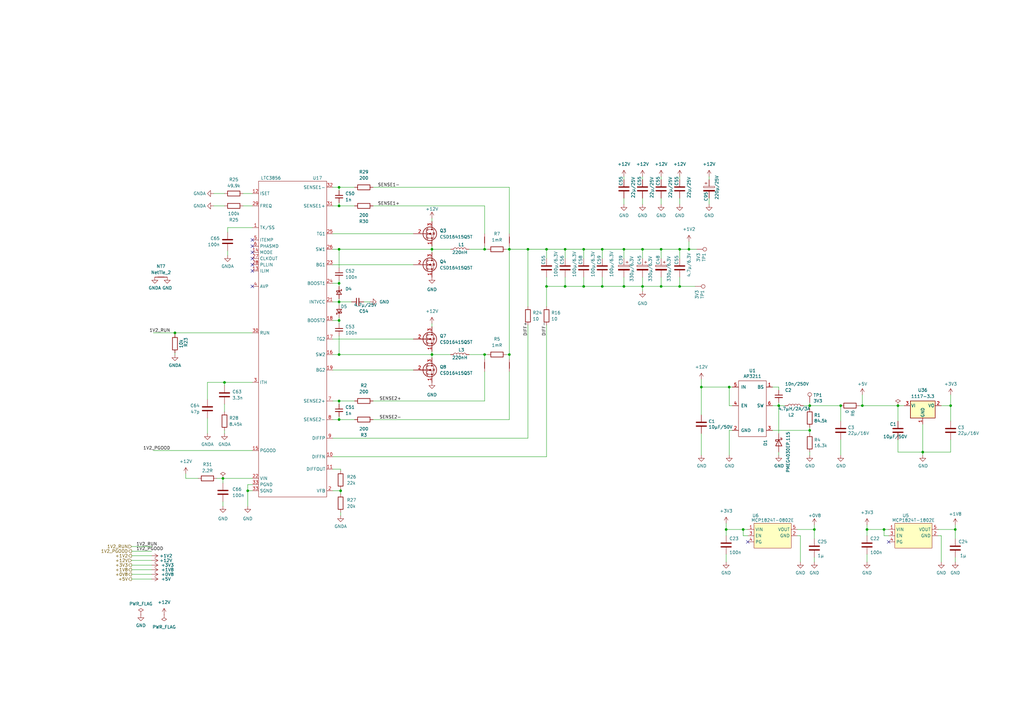
<source format=kicad_sch>
(kicad_sch (version 20230121) (generator eeschema)
  (paper "A3")
  (title_block (title "BM1366 bitaxe") (date "2023-10-10") (rev "202"))
  (junction (at 101.6 201.295))
  (junction (at 139.065 76.835))
  (junction (at 355.6 217.17) (diameter 0.9144))
  (junction (at 139.065 145.415))
  (junction (at 224.155 102.235))
  (junction (at 139.065 123.825))
  (junction (at 208.915 145.415))
  (junction (at 282.575 102.235))
  (junction (at 139.065 172.085))
  (junction (at 247.015 102.235))
  (junction (at 263.525 102.235))
  (junction (at 198.755 102.235))
  (junction (at 334.01 217.17) (diameter 0.9144))
  (junction (at 71.755 136.525))
  (junction (at 139.065 164.465))
  (junction (at 91.44 196.215))
  (junction (at 297.815 217.17) (diameter 0.9144))
  (junction (at 304.8 217.17))
  (junction (at 239.395 102.235))
  (junction (at 378.46 185.42))
  (junction (at 362.585 217.17))
  (junction (at 391.795 217.17))
  (junction (at 231.775 102.235))
  (junction (at 353.695 166.37))
  (junction (at 139.065 116.205))
  (junction (at 216.535 102.235))
  (junction (at 389.89 166.37))
  (junction (at 332.105 166.37))
  (junction (at 92.075 156.845))
  (junction (at 177.165 102.235))
  (junction (at 344.805 166.37))
  (junction (at 177.165 145.415))
  (junction (at 231.775 117.475))
  (junction (at 332.105 176.53))
  (junction (at 278.765 117.475))
  (junction (at 271.145 117.475))
  (junction (at 255.905 102.235))
  (junction (at 239.395 117.475))
  (junction (at 263.525 117.475))
  (junction (at 299.085 158.75))
  (junction (at 319.405 166.37))
  (junction (at 198.755 145.415))
  (junction (at 208.915 102.235))
  (junction (at 139.065 84.455))
  (junction (at 247.015 117.475))
  (junction (at 278.765 102.235))
  (junction (at 139.065 102.235))
  (junction (at 139.065 131.445))
  (junction (at 287.655 158.75))
  (junction (at 139.7 201.295))
  (junction (at 224.155 117.475))
  (junction (at 271.145 102.235))
  (junction (at 255.905 117.475))
  (junction (at 368.3 166.37))
  (no_connect (at 103.505 98.425))
  (no_connect (at 103.505 106.045))
  (no_connect (at 103.505 117.475))
  (no_connect (at 306.705 222.25))
  (no_connect (at 103.505 103.505))
  (no_connect (at 103.505 100.965))
  (no_connect (at 103.505 111.125))
  (no_connect (at 364.49 222.25))
  (no_connect (at 103.505 108.585))
  (wire (pts (xy 192.405 145.415) (xy 198.755 145.415)))
  (wire (pts (xy 139.065 132.715) (xy 139.065 131.445)))
  (wire (pts (xy 92.075 156.845) (xy 92.075 158.115)))
  (wire (pts (xy 208.915 145.415) (xy 207.645 145.415)))
  (wire (pts (xy 62.23 233.68) (xy 53.975 233.68)))
  (wire (pts (xy 139.065 123.825) (xy 139.065 122.555)))
  (wire (pts (xy 391.795 228.6) (xy 391.795 230.505)))
  (wire (pts (xy 297.815 214.63) (xy 297.815 217.17)))
  (wire (pts (xy 139.065 116.205) (xy 139.065 117.475)))
  (wire (pts (xy 389.89 166.37) (xy 389.89 172.72)))
  (wire (pts (xy 101.6 198.755) (xy 103.505 198.755)))
  (wire (pts (xy 278.765 102.235) (xy 282.575 102.235)))
  (wire (pts (xy 177.165 102.235) (xy 184.785 102.235)))
  (wire (pts (xy 149.225 123.825) (xy 151.765 123.825)))
  (wire (pts (xy 177.165 89.535) (xy 177.165 90.805)))
  (wire (pts (xy 136.525 123.825) (xy 139.065 123.825)))
  (wire (pts (xy 177.165 144.145) (xy 177.165 145.415)))
  (wire (pts (xy 297.815 217.17) (xy 297.815 219.71)))
  (wire (pts (xy 297.815 217.17) (xy 304.8 217.17)))
  (wire (pts (xy 136.525 139.065) (xy 169.545 139.065)))
  (wire (pts (xy 139.065 130.175) (xy 139.065 131.445)))
  (wire (pts (xy 332.105 177.8) (xy 332.105 176.53)))
  (wire (pts (xy 62.23 226.06) (xy 53.975 226.06)))
  (wire (pts (xy 85.09 156.845) (xy 85.09 163.83)))
  (wire (pts (xy 263.525 102.235) (xy 263.525 106.045)))
  (wire (pts (xy 319.405 186.69) (xy 319.405 185.42)))
  (wire (pts (xy 368.3 185.42) (xy 378.46 185.42)))
  (wire (pts (xy 87.63 79.375) (xy 92.075 79.375)))
  (wire (pts (xy 198.755 102.235) (xy 200.025 102.235)))
  (wire (pts (xy 231.775 113.665) (xy 231.775 117.475)))
  (wire (pts (xy 136.525 76.835) (xy 139.065 76.835)))
  (wire (pts (xy 304.8 217.17) (xy 306.705 217.17)))
  (wire (pts (xy 136.525 108.585) (xy 169.545 108.585)))
  (wire (pts (xy 271.145 102.235) (xy 271.145 106.045)))
  (wire (pts (xy 208.915 100.965) (xy 208.915 102.235)))
  (wire (pts (xy 139.065 164.465) (xy 145.415 164.465)))
  (wire (pts (xy 136.525 84.455) (xy 139.065 84.455)))
  (wire (pts (xy 76.2 196.215) (xy 81.28 196.215)))
  (wire (pts (xy 153.035 164.465) (xy 198.755 164.465)))
  (wire (pts (xy 334.01 215.265) (xy 334.01 217.17)))
  (wire (pts (xy 62.865 136.525) (xy 71.755 136.525)))
  (wire (pts (xy 139.065 123.825) (xy 144.145 123.825)))
  (wire (pts (xy 290.83 81.28) (xy 290.83 83.82)))
  (wire (pts (xy 255.905 113.665) (xy 255.905 117.475)))
  (wire (pts (xy 319.405 166.37) (xy 321.945 166.37)))
  (wire (pts (xy 139.065 76.835) (xy 139.065 78.105)))
  (wire (pts (xy 368.3 172.72) (xy 368.3 166.37)))
  (wire (pts (xy 139.065 164.465) (xy 139.065 165.735)))
  (wire (pts (xy 139.065 114.935) (xy 139.065 116.205)))
  (wire (pts (xy 255.905 102.235) (xy 263.525 102.235)))
  (wire (pts (xy 139.065 84.455) (xy 145.415 84.455)))
  (wire (pts (xy 391.795 217.17) (xy 391.795 220.98)))
  (wire (pts (xy 332.105 176.53) (xy 332.105 175.26)))
  (wire (pts (xy 93.345 93.345) (xy 93.345 95.25)))
  (wire (pts (xy 139.7 201.295) (xy 139.7 202.565)))
  (wire (pts (xy 103.505 156.845) (xy 92.075 156.845)))
  (wire (pts (xy 208.915 102.235) (xy 216.535 102.235)))
  (wire (pts (xy 139.065 102.235) (xy 177.165 102.235)))
  (wire (pts (xy 139.065 137.795) (xy 139.065 145.415)))
  (wire (pts (xy 136.525 145.415) (xy 139.065 145.415)))
  (wire (pts (xy 299.085 186.69) (xy 299.085 176.53)))
  (wire (pts (xy 247.015 117.475) (xy 255.905 117.475)))
  (wire (pts (xy 344.805 166.37) (xy 332.105 166.37)))
  (wire (pts (xy 103.505 93.345) (xy 93.345 93.345)))
  (wire (pts (xy 287.655 170.18) (xy 287.655 158.75)))
  (wire (pts (xy 263.525 102.235) (xy 271.145 102.235)))
  (wire (pts (xy 362.585 217.17) (xy 364.49 217.17)))
  (wire (pts (xy 278.765 72.39) (xy 278.765 73.66)))
  (wire (pts (xy 255.905 72.39) (xy 255.905 73.66)))
  (wire (pts (xy 139.065 145.415) (xy 177.165 145.415)))
  (wire (pts (xy 198.755 145.415) (xy 198.755 147.32)))
  (wire (pts (xy 136.525 102.235) (xy 139.065 102.235)))
  (wire (pts (xy 192.405 102.235) (xy 198.755 102.235)))
  (wire (pts (xy 62.23 227.965) (xy 53.975 227.965)))
  (wire (pts (xy 231.775 117.475) (xy 239.395 117.475)))
  (wire (pts (xy 391.795 215.265) (xy 391.795 217.17)))
  (wire (pts (xy 353.695 161.925) (xy 353.695 166.37)))
  (wire (pts (xy 136.525 172.085) (xy 139.065 172.085)))
  (wire (pts (xy 139.065 172.085) (xy 139.065 170.815)))
  (wire (pts (xy 101.6 207.645) (xy 101.6 201.295)))
  (wire (pts (xy 355.6 217.17) (xy 362.585 217.17)))
  (wire (pts (xy 136.525 192.405) (xy 139.7 192.405)))
  (wire (pts (xy 344.805 186.69) (xy 344.805 180.34)))
  (wire (pts (xy 136.525 201.295) (xy 139.7 201.295)))
  (wire (pts (xy 316.865 176.53) (xy 332.105 176.53)))
  (wire (pts (xy 136.525 164.465) (xy 139.065 164.465)))
  (wire (pts (xy 368.3 185.42) (xy 368.3 180.34)))
  (wire (pts (xy 332.105 167.64) (xy 332.105 166.37)))
  (wire (pts (xy 304.8 219.71) (xy 306.705 219.71)))
  (wire (pts (xy 263.525 81.28) (xy 263.525 83.82)))
  (wire (pts (xy 136.525 116.205) (xy 139.065 116.205)))
  (wire (pts (xy 282.575 102.235) (xy 282.575 99.06)))
  (wire (pts (xy 378.46 185.42) (xy 389.89 185.42)))
  (wire (pts (xy 93.345 102.87) (xy 93.345 104.775)))
  (wire (pts (xy 216.535 102.235) (xy 224.155 102.235)))
  (wire (pts (xy 62.23 235.585) (xy 53.975 235.585)))
  (wire (pts (xy 368.3 166.37) (xy 370.84 166.37)))
  (wire (pts (xy 278.765 102.235) (xy 278.765 106.045)))
  (wire (pts (xy 91.44 196.215) (xy 103.505 196.215)))
  (wire (pts (xy 247.015 106.045) (xy 247.015 102.235)))
  (wire (pts (xy 224.155 102.235) (xy 231.775 102.235)))
  (wire (pts (xy 319.405 177.8) (xy 319.405 166.37)))
  (wire (pts (xy 271.145 72.39) (xy 271.145 73.66)))
  (wire (pts (xy 139.065 102.235) (xy 139.065 109.855)))
  (wire (pts (xy 139.065 123.825) (xy 139.065 125.095)))
  (wire (pts (xy 208.915 102.235) (xy 208.915 145.415)))
  (wire (pts (xy 386.08 166.37) (xy 389.89 166.37)))
  (wire (pts (xy 362.585 219.71) (xy 362.585 217.17)))
  (wire (pts (xy 62.23 224.155) (xy 53.975 224.155)))
  (wire (pts (xy 224.155 187.325) (xy 224.155 133.35)))
  (wire (pts (xy 53.975 237.49) (xy 62.23 237.49)))
  (wire (pts (xy 91.44 196.215) (xy 91.44 198.12)))
  (wire (pts (xy 316.865 158.75) (xy 319.405 158.75)))
  (wire (pts (xy 239.395 102.235) (xy 239.395 106.045)))
  (wire (pts (xy 71.755 136.525) (xy 103.505 136.525)))
  (wire (pts (xy 332.105 186.69) (xy 332.105 185.42)))
  (wire (pts (xy 177.165 145.415) (xy 177.165 146.685)))
  (wire (pts (xy 319.405 166.37) (xy 319.405 165.1)))
  (wire (pts (xy 389.89 185.42) (xy 389.89 180.34)))
  (wire (pts (xy 224.155 117.475) (xy 231.775 117.475)))
  (wire (pts (xy 177.165 145.415) (xy 184.785 145.415)))
  (wire (pts (xy 198.755 145.415) (xy 200.025 145.415)))
  (wire (pts (xy 153.035 172.085) (xy 208.915 172.085)))
  (wire (pts (xy 334.01 228.6) (xy 334.01 230.505)))
  (wire (pts (xy 231.775 102.235) (xy 231.775 106.045)))
  (wire (pts (xy 136.525 95.885) (xy 169.545 95.885)))
  (wire (pts (xy 87.63 84.455) (xy 92.075 84.455)))
  (wire (pts (xy 71.755 136.525) (xy 71.755 137.16)))
  (wire (pts (xy 287.655 155.575) (xy 287.655 158.75)))
  (wire (pts (xy 224.155 117.475) (xy 224.155 125.73)))
  (wire (pts (xy 136.525 187.325) (xy 224.155 187.325)))
  (wire (pts (xy 177.165 102.235) (xy 177.165 103.505)))
  (wire (pts (xy 208.915 152.4) (xy 208.915 172.085)))
  (wire (pts (xy 271.145 117.475) (xy 278.765 117.475)))
  (wire (pts (xy 139.065 172.085) (xy 145.415 172.085)))
  (wire (pts (xy 99.695 79.375) (xy 103.505 79.375)))
  (wire (pts (xy 247.015 113.665) (xy 247.015 117.475)))
  (wire (pts (xy 299.085 158.75) (xy 300.355 158.75)))
  (wire (pts (xy 355.6 227.33) (xy 355.6 230.505)))
  (wire (pts (xy 136.525 151.765) (xy 169.545 151.765)))
  (wire (pts (xy 177.165 102.235) (xy 177.165 100.965)))
  (wire (pts (xy 92.075 156.845) (xy 85.09 156.845)))
  (wire (pts (xy 389.89 161.925) (xy 389.89 166.37)))
  (wire (pts (xy 255.905 102.235) (xy 255.905 106.045)))
  (wire (pts (xy 76.2 194.31) (xy 76.2 196.215)))
  (wire (pts (xy 378.46 173.99) (xy 378.46 185.42)))
  (wire (pts (xy 208.915 102.235) (xy 207.645 102.235)))
  (wire (pts (xy 362.585 219.71) (xy 364.49 219.71)))
  (wire (pts (xy 239.395 113.665) (xy 239.395 117.475)))
  (wire (pts (xy 278.765 117.475) (xy 278.765 113.665)))
  (wire (pts (xy 224.155 113.665) (xy 224.155 117.475)))
  (wire (pts (xy 139.065 76.835) (xy 145.415 76.835)))
  (wire (pts (xy 355.6 215.265) (xy 355.6 217.17)))
  (wire (pts (xy 327.025 217.17) (xy 334.01 217.17)))
  (wire (pts (xy 287.655 158.75) (xy 299.085 158.75)))
  (wire (pts (xy 263.525 117.475) (xy 271.145 117.475)))
  (wire (pts (xy 62.23 229.87) (xy 53.975 229.87)))
  (wire (pts (xy 355.6 217.17) (xy 355.6 219.71)))
  (wire (pts (xy 263.525 117.475) (xy 263.525 119.38)))
  (wire (pts (xy 332.105 166.37) (xy 329.565 166.37)))
  (wire (pts (xy 85.09 171.45) (xy 85.09 177.8)))
  (wire (pts (xy 271.145 81.28) (xy 271.145 83.82)))
  (wire (pts (xy 216.535 179.705) (xy 136.525 179.705)))
  (wire (pts (xy 91.44 205.74) (xy 91.44 207.645)))
  (wire (pts (xy 299.085 158.75) (xy 299.085 166.37)))
  (wire (pts (xy 239.395 102.235) (xy 247.015 102.235)))
  (wire (pts (xy 153.035 84.455) (xy 198.755 84.455)))
  (wire (pts (xy 139.7 201.295) (xy 139.7 200.66)))
  (wire (pts (xy 353.695 166.37) (xy 368.3 166.37)))
  (wire (pts (xy 177.165 132.715) (xy 177.165 133.985)))
  (wire (pts (xy 71.755 145.415) (xy 71.755 144.78)))
  (wire (pts (xy 316.865 166.37) (xy 319.405 166.37)))
  (wire (pts (xy 297.815 227.33) (xy 297.815 230.505)))
  (wire (pts (xy 208.915 76.835) (xy 208.915 95.885)))
  (wire (pts (xy 263.525 113.665) (xy 263.525 117.475)))
  (wire (pts (xy 198.755 84.455) (xy 198.755 95.885)))
  (wire (pts (xy 290.83 72.39) (xy 290.83 73.66)))
  (wire (pts (xy 216.535 102.235) (xy 216.535 125.73)))
  (wire (pts (xy 198.755 100.965) (xy 198.755 102.235)))
  (wire (pts (xy 101.6 201.295) (xy 101.6 198.755)))
  (wire (pts (xy 344.805 172.72) (xy 344.805 166.37)))
  (wire (pts (xy 328.295 219.71) (xy 328.295 230.505)))
  (wire (pts (xy 271.145 113.665) (xy 271.145 117.475)))
  (wire (pts (xy 386.08 219.71) (xy 386.08 230.505)))
  (wire (pts (xy 299.085 176.53) (xy 300.355 176.53)))
  (wire (pts (xy 278.765 117.475) (xy 285.115 117.475)))
  (wire (pts (xy 62.23 231.775) (xy 53.975 231.775)))
  (wire (pts (xy 328.295 219.71) (xy 327.025 219.71)))
  (wire (pts (xy 139.065 84.455) (xy 139.065 83.185)))
  (wire (pts (xy 386.08 219.71) (xy 384.81 219.71)))
  (wire (pts (xy 62.865 184.785) (xy 103.505 184.785)))
  (wire (pts (xy 384.81 217.17) (xy 391.795 217.17)))
  (wire (pts (xy 378.46 185.42) (xy 378.46 186.69)))
  (wire (pts (xy 224.155 106.045) (xy 224.155 102.235)))
  (wire (pts (xy 287.655 186.69) (xy 287.655 177.8)))
  (wire (pts (xy 332.105 165.1) (xy 332.105 166.37)))
  (wire (pts (xy 139.7 210.185) (xy 139.7 211.455)))
  (wire (pts (xy 353.695 166.37) (xy 352.425 166.37)))
  (wire (pts (xy 92.075 176.53) (xy 92.075 177.8)))
  (wire (pts (xy 278.765 81.28) (xy 278.765 83.82)))
  (wire (pts (xy 216.535 133.35) (xy 216.535 179.705)))
  (wire (pts (xy 239.395 117.475) (xy 247.015 117.475)))
  (wire (pts (xy 255.905 117.475) (xy 263.525 117.475)))
  (wire (pts (xy 92.075 165.735) (xy 92.075 168.91)))
  (wire (pts (xy 136.525 131.445) (xy 139.065 131.445)))
  (wire (pts (xy 334.01 217.17) (xy 334.01 220.98)))
  (wire (pts (xy 153.035 76.835) (xy 208.915 76.835)))
  (wire (pts (xy 271.145 102.235) (xy 278.765 102.235)))
  (wire (pts (xy 99.695 84.455) (xy 103.505 84.455)))
  (wire (pts (xy 282.575 102.235) (xy 285.75 102.235)))
  (wire (pts (xy 299.085 166.37) (xy 300.355 166.37)))
  (wire (pts (xy 101.6 201.295) (xy 103.505 201.295)))
  (wire (pts (xy 198.755 152.4) (xy 198.755 164.465)))
  (wire (pts (xy 208.915 145.415) (xy 208.915 147.32)))
  (wire (pts (xy 304.8 219.71) (xy 304.8 217.17)))
  (wire (pts (xy 139.7 192.405) (xy 139.7 193.04)))
  (wire (pts (xy 247.015 102.235) (xy 255.905 102.235)))
  (wire (pts (xy 255.905 81.28) (xy 255.905 83.82)))
  (wire (pts (xy 319.405 158.75) (xy 319.405 160.02)))
  (wire (pts (xy 88.9 196.215) (xy 91.44 196.215)))
  (wire (pts (xy 263.525 72.39) (xy 263.525 73.66)))
  (wire (pts (xy 231.775 102.235) (xy 239.395 102.235)))
  (label "DIFF-" (at 224.155 137.795 90))
  (label "SENSE1-" (at 154.94 76.835 0))
  (label "1V2_PGOOD" (at 55.88 226.06 0))
  (label "SENSE1+" (at 154.94 84.455 0))
  (label "DIFF+" (at 216.535 137.795 90))
  (label "1V2_RUN" (at 55.88 224.155 0))
  (label "1V2_PGOOD" (at 69.85 184.785 180))
  (label "SENSE2+" (at 155.575 164.465 0))
  (label "1V2_RUN" (at 69.85 136.525 180))
  (label "SENSE2-" (at 155.575 172.085 0))
  (hierarchical_label "+1V2" (shape output) (at 53.975 227.965 180))
  (hierarchical_label "+1V8" (shape output) (at 53.975 233.68 180))
  (hierarchical_label "+5V" (shape output) (at 53.975 237.49 180))
  (hierarchical_label "+12V" (shape input) (at 53.975 229.87 180))
  (hierarchical_label "+0V8" (shape output) (at 53.975 235.585 180))
  (hierarchical_label "+3V3" (shape output) (at 53.975 231.775 180))
  (hierarchical_label "1V2_PGOOD" (shape output) (at 53.975 226.06 180))
  (hierarchical_label "1V2_RUN" (shape input) (at 53.975 224.155 180))
  (symbol (lib_id "Device:R") (at 149.225 164.465 90) (unit 1)
    (property "Reference" "R2" (at 149.225 158.115 90))
    (property "Value" "200" (at 149.225 160.655 90))
    (property "Footprint" "Resistor_SMD:R_0805_2012Metric" (effects hide))
  )
  (symbol (lib_id "Device:C") (at 263.525 77.47 0) (unit 1)
    (property "Reference" "C55" (at 262.255 76.2 90) (effects (justify left)))
    (property "Value" "22µ/25V" (at 267.335 81.28 90) (effects (justify left)))
    (property "Footprint" "Capacitor_SMD:C_1210_3225Metric" (effects hide))
    (property "Distributor" "D" (effects hide))
    (property "Manufacturer" "C1210C226K3PAC7800" (effects hide))
    (property "OrderNr" "399-C1210C226K3PAC7800CT-ND" (effects hide))
  )
  (symbol (lib_id "power:+3V3") (at 355.6 215.265 0) (unit 1)
    (property "Reference" "#PWR042" (effects hide))
    (property "Value" "+3V3" (at 355.6 210.185 0))
  )
  (symbol (lib_id "Device:C_Small") (at 319.405 162.56 0) (unit 1)
    (property "Reference" "C2" (at 321.945 160.02 0) (effects (justify left)))
    (property "Value" "10n/250V" (at 321.945 157.48 0) (effects (justify left)))
    (property "Footprint" "Capacitor_SMD:C_0805_2012Metric" (effects hide))
  )
  (symbol (lib_id "Device:L") (at 188.595 145.415 90) (unit 1)
    (property "Reference" "L3" (at 189.23 143.51 90))
    (property "Value" "220nH" (at 188.595 146.685 90))
    (property "Footprint" "myfootprints:IFLR-4031GC-01-8x10" (effects hide))
    (property "Distributor" "D" (effects hide))
    (property "Manufacturer" "FP1008R5-R220-R" (effects hide))
    (property "OrderNr" "283-FP1008R5-R220-RCT-ND" (effects hide))
  )
  (symbol (lib_id "Device:D_Schottky") (at 319.405 181.61 270) (unit 1)
    (property "Reference" "D1" (at 313.9186 181.61 0))
    (property "Value" "PMEG4030EP,115" (at 323.215 185.42 0))
    (property "Footprint" "Diode_SMD:D_SOD-128" (effects hide))
    (property "Distributor" "D" (effects hide))
    (property "Manufacturer" "PMEG4030EP,115" (effects hide))
    (property "OrderNr" "1727-5841-1-ND" (effects hide))
  )
  (symbol (lib_id "Device:C_Polarized") (at 271.145 109.855 0) (mirror y) (unit 1)
    (property "Reference" "C48" (at 269.875 108.585 90) (effects (justify left)))
    (property "Value" "330µ/6.3V" (at 274.32 115.57 90) (effects (justify left)))
    (property "Footprint" "Capacitor_Tantalum_SMD:CP_EIA-7343-15_Kemet-W" (effects hide))
    (property "Distributor" "D" (effects hide))
    (property "Manufacturer" "ECG-SY0J331R" (effects hide))
    (property "OrderNr" "P122483CT-ND" (effects hide))
  )
  (symbol (lib_id "Device:C") (at 368.3 176.53 0) (mirror y) (unit 1)
    (property "Reference" "C1" (at 367.665 173.99 0) (effects (justify left)))
    (property "Value" "10µF/50V" (at 372.11 179.07 0) (effects (justify left)))
    (property "Footprint" "Capacitor_SMD:C_1206_3216Metric" (effects hide))
  )
  (symbol (lib_id "power:GND") (at 328.295 230.505 0) (mirror y) (unit 1)
    (property "Reference" "#PWR025" (effects hide))
    (property "Value" "GND" (at 328.295 234.95 0))
    (instances (project "qaxe" (path "" (reference "#PWR025") (unit 1)) (path "" (reference "#PWR039") (unit 1))))
  )
  (symbol (lib_id "power:PWR_FLAG") (at 368.3 166.37 0) (unit 1)
    (property "Reference" "#FLG03" (effects hide))
    (property "Value" "PWR_FLAG" (effects hide))
  )
  (symbol (lib_id "Device:R") (at 92.075 172.72 0) (unit 1)
    (property "Reference" "R28" (at 93.98 171.45 0) (effects (justify left)))
    (property "Value" "8.45k" (at 93.98 173.99 0) (effects (justify left)))
    (property "Footprint" "Resistor_SMD:R_0805_2012Metric" (effects hide))
  )
  (symbol (lib_id "power:GNDA") (at 87.63 84.455 270) (unit 1)
    (property "Reference" "#PWR017" (effects hide))
    (property "Value" "GNDA" (at 84.455 84.455 90) (effects (justify right)))
  )
  (symbol (lib_id "power:+12V") (at 287.655 155.575 0) (unit 1)
    (property "Reference" "#PWR08" (effects hide))
    (property "Value" "+12V" (at 287.655 150.495 0))
  )
  (symbol (lib_id "Device:C_Polarized") (at 263.525 109.855 0) (mirror y) (unit 1)
    (property "Reference" "C45" (at 262.255 108.585 90) (effects (justify left)))
    (property "Value" "330µ/6.3V" (at 266.7 115.57 90) (effects (justify left)))
    (property "Footprint" "Capacitor_Tantalum_SMD:CP_EIA-7343-15_Kemet-W" (effects hide))
    (property "Distributor" "D" (effects hide))
    (property "Manufacturer" "ECG-SY0J331R" (effects hide))
    (property "OrderNr" "P122483CT-ND" (effects hide))
  )
  (symbol (lib_id "Device:R") (at 149.225 84.455 270) (unit 1)
    (property "Reference" "R30" (at 149.225 90.805 90))
    (property "Value" "200" (at 149.225 88.265 90))
    (property "Footprint" "Resistor_SMD:R_0805_2012Metric" (effects hide))
  )
  (symbol (lib_id "power:+3V3") (at 389.89 161.925 0) (unit 1)
    (property "Reference" "#PWR0203" (effects hide))
    (property "Value" "+3V3" (at 389.89 157.48 0))
  )
  (symbol (lib_id "power:GNDA") (at 92.075 177.8 0) (unit 1)
    (property "Reference" "#PWR016" (effects hide))
    (property "Value" "GNDA" (at 92.075 182.245 0))
  )
  (symbol (lib_id "Device:R") (at 85.09 196.215 90) (unit 1)
    (property "Reference" "R31" (at 85.09 190.5 90))
    (property "Value" "2.2R" (at 85.09 193.04 90))
    (property "Footprint" "Resistor_SMD:R_1206_3216Metric" (effects hide))
  )
  (symbol (lib_id "power:GNDA") (at 139.7 211.455 0) (unit 1)
    (property "Reference" "#PWR019" (effects hide))
    (property "Value" "GNDA" (at 139.7 215.9 0))
  )
  (symbol (lib_id "power:GND") (at 378.46 186.69 0) (unit 1)
    (property "Reference" "#PWR03" (effects hide))
    (property "Value" "GND" (at 378.587 191.0842 0))
  )
  (symbol (lib_id "Device:C") (at 224.155 109.855 0) (unit 1)
    (property "Reference" "C55" (at 222.885 108.585 90) (effects (justify left)))
    (property "Value" "100µ/6.3V" (at 227.965 113.665 90) (effects (justify left)))
    (property "Footprint" "Capacitor_SMD:C_1210_3225Metric" (effects hide))
    (property "Distributor" "D" (effects hide))
    (property "Manufacturer" "C1210C107M9PAC7800" (effects hide))
    (property "OrderNr" "399-C1210C107M9PAC7800CT-ND" (effects hide))
  )
  (symbol (lib_id "Device:C") (at 344.805 176.53 0) (unit 1)
    (property "Reference" "C3" (at 347.726 175.3616 0) (effects (justify left)))
    (property "Value" "22µ/16V" (at 347.726 177.673 0) (effects (justify left)))
    (property "Footprint" "Capacitor_SMD:C_1206_3216Metric" (effects hide))
  )
  (symbol (lib_id "power:GNDA") (at 71.755 145.415 0) (unit 1)
    (property "Reference" "#PWR022" (effects hide))
    (property "Value" "GNDA" (at 71.755 149.86 0))
  )
  (symbol (lib_id "mylib7:+0V8") (at 334.01 215.265 0) (unit 1)
    (property "Reference" "U4" (effects hide))
    (property "Value" "+0V8" (at 331.47 211.455 0) (effects (justify left)))
    (property "Distributor" "-" (effects hide))
    (instances (project "qaxe" (path "" (reference "U4") (unit 1)) (path "" (reference "U5") (unit 1))))
  )
  (symbol (lib_id "Device:L") (at 325.755 166.37 90) (unit 1)
    (property "Reference" "L2" (at 324.485 170.18 90))
    (property "Value" "4.7µH/2A/3A" (at 325.755 167.64 90))
    (property "Footprint" "Inductor_SMD:L_Taiyo-Yuden_NR-50xx" (effects hide))
    (property "Distributor" "D" (effects hide))
    (property "Manufacturer" "LQH5BPN4R7NT0L" (effects hide))
    (property "OrderNr" "490-7779-1-ND" (effects hide))
  )
  (symbol (lib_id "power:+12V") (at 177.165 89.535 0) (unit 1)
    (property "Reference" "#PWR0128" (effects hide))
    (property "Value" "+12V" (at 177.165 85.725 0))
  )
  (symbol (lib_id "Device:R") (at 332.105 181.61 0) (unit 1)
    (property "Reference" "R4" (at 333.883 180.4416 0) (effects (justify left)))
    (property "Value" "16.3k" (at 333.883 182.753 0) (effects (justify left)))
    (property "Footprint" "Resistor_SMD:R_0805_2012Metric" (effects hide))
  )
  (symbol (lib_id "Device:C") (at 271.145 77.47 0) (unit 1)
    (property "Reference" "C55" (at 269.875 76.2 90) (effects (justify left)))
    (property "Value" "22µ/25V" (at 274.955 81.28 90) (effects (justify left)))
    (property "Footprint" "Capacitor_SMD:C_1210_3225Metric" (effects hide))
    (property "Distributor" "D" (effects hide))
    (property "Manufacturer" "C1210C226K3PAC7800" (effects hide))
    (property "OrderNr" "399-C1210C226K3PAC7800CT-ND" (effects hide))
  )
  (symbol (lib_id "Device:NetTie_2") (at 208.915 98.425 90) (unit 1) (in_bom no)
    (property "Reference" "NT3" (effects hide))
    (property "Value" "NetTie_2" (effects hide))
    (property "Footprint" "NetTie:NetTie-2_SMD_Pad0.5mm" (effects hide))
    (property "Distributor" "-" (effects hide))
  )
  (symbol (lib_id "power:GND") (at 299.085 186.69 0) (unit 1)
    (property "Reference" "#PWR02" (effects hide))
    (property "Value" "GND" (at 299.212 191.0842 0))
  )
  (symbol (lib_id "Device:Q_NMOS_SGD") (at 174.625 108.585 0) (unit 1)
    (property "Reference" "Q4" (at 180.34 107.315 0) (effects (justify left)))
    (property "Value" "CSD16415Q5T" (at 180.34 109.855 0) (effects (justify left)))
    (property "Footprint" "Package_SON:VSONP-8-1EP_5x6_P1.27mm" (effects hide))
    (property "Distributor" "D" (effects hide))
    (property "Manufacturer" "CSD16415Q5T" (effects hide))
    (property "OrderNr" "296-49598-1-ND" (effects hide))
  )
  (symbol (lib_id "power:GND") (at 290.83 83.82 0) (unit 1)
    (property "Reference" "#PWR0137" (effects hide))
    (property "Value" "GND" (at 290.83 88.392 0))
  )
  (symbol (lib_id "power:PWR_FLAG") (at 91.44 196.215 0) (unit 1)
    (property "Reference" "#FLG01" (effects hide))
    (property "Value" "PWR_FLAG" (effects hide))
  )
  (symbol (lib_id "power:GNDA") (at 85.09 177.8 0) (unit 1)
    (property "Reference" "#PWR0229" (effects hide))
    (property "Value" "GNDA" (at 85.09 182.245 0))
  )
  (symbol (lib_id "power:+12V") (at 290.83 72.39 0) (unit 1)
    (property "Reference" "#PWR0139" (effects hide))
    (property "Value" "+12V" (at 290.83 67.31 0))
  )
  (symbol (lib_id "Device:L") (at 188.595 102.235 90) (unit 1)
    (property "Reference" "L1" (at 189.23 100.33 90))
    (property "Value" "220nH" (at 188.595 103.505 90))
    (property "Footprint" "myfootprints:IFLR-4031GC-01-8x10" (effects hide))
    (property "Distributor" "D" (effects hide))
    (property "Manufacturer" "FP1008R5-R220-R" (effects hide))
    (property "OrderNr" "283-FP1008R5-R220-RCT-ND" (effects hide))
  )
  (symbol (lib_id "Device:C") (at 231.775 109.855 0) (unit 1)
    (property "Reference" "C56" (at 230.505 108.585 90) (effects (justify left)))
    (property "Value" "100µ/6.3V" (at 235.585 113.665 90) (effects (justify left)))
    (property "Footprint" "Capacitor_SMD:C_1210_3225Metric" (effects hide))
    (property "Distributor" "D" (effects hide))
    (property "Manufacturer" "C1210C107M9PAC7800" (effects hide))
    (property "OrderNr" "399-C1210C107M9PAC7800CT-ND" (effects hide))
  )
  (symbol (lib_id "power:GND") (at 177.165 113.665 0) (unit 1)
    (property "Reference" "#PWR087" (effects hide))
    (property "Value" "GND" (at 177.165 118.745 0))
  )
  (symbol (lib_id "Device:Q_NMOS_SGD") (at 174.625 95.885 0) (unit 1)
    (property "Reference" "Q3" (at 180.34 94.615 0) (effects (justify left)))
    (property "Value" "CSD16415Q5T" (at 180.34 97.155 0) (effects (justify left)))
    (property "Footprint" "Package_SON:VSONP-8-1EP_5x6_P1.27mm" (effects hide))
    (property "Distributor" "D" (effects hide))
    (property "Manufacturer" "CSD16415Q5T" (effects hide))
    (property "OrderNr" "296-49598-1-ND" (effects hide))
  )
  (symbol (lib_id "Device:C") (at 91.44 201.93 180) (unit 1)
    (property "Reference" "C66" (at 95.25 200.66 0) (effects (justify right)))
    (property "Value" "100n" (at 95.25 203.2 0) (effects (justify right)))
    (property "Footprint" "Capacitor_SMD:C_0805_2012Metric" (effects hide))
  )
  (symbol (lib_id "power:GND") (at 334.01 230.505 0) (mirror y) (unit 1)
    (property "Reference" "#PWR027" (effects hide))
    (property "Value" "GND" (at 334.01 234.95 0))
    (instances (project "qaxe" (path "" (reference "#PWR027") (unit 1)) (path "" (reference "#PWR040") (unit 1))))
  )
  (symbol (lib_id "power:GND") (at 151.765 123.825 90) (unit 1)
    (property "Reference" "#PWR0126" (effects hide))
    (property "Value" "GND" (at 155.575 123.825 90) (effects (justify right)))
  )
  (symbol (lib_id "Device:C") (at 239.395 109.855 0) (unit 1)
    (property "Reference" "C58" (at 238.125 108.585 90) (effects (justify left)))
    (property "Value" "100µ/6.3V" (at 243.205 113.665 90) (effects (justify left)))
    (property "Footprint" "Capacitor_SMD:C_1210_3225Metric" (effects hide))
    (property "Distributor" "D" (effects hide))
    (property "Manufacturer" "C1210C107M9PAC7800" (effects hide))
    (property "OrderNr" "399-C1210C107M9PAC7800CT-ND" (effects hide))
  )
  (symbol (lib_id "power:GND") (at 177.165 156.845 0) (unit 1)
    (property "Reference" "#PWR0125" (effects hide))
    (property "Value" "GND" (at 177.165 161.925 0))
  )
  (symbol (lib_id "Device:C_Small") (at 146.685 123.825 90) (unit 1)
    (property "Reference" "C54" (at 149.225 127.635 90))
    (property "Value" "4.7µ/25V" (at 149.86 125.095 90))
    (property "Footprint" "Capacitor_SMD:C_0805_2012Metric" (effects hide))
  )
  (symbol (lib_id "Device:NetTie_2") (at 66.04 113.665 0) (unit 1) (in_bom no)
    (property "Reference" "NT7" (at 66.04 109.22 0))
    (property "Value" "NetTie_2" (at 66.04 111.76 0))
    (property "Footprint" "myfootprints:NetTie-2_L3_SMD_Pad0.5mm" (effects hide))
  )
  (symbol (lib_id "pferdibank-rescue:AP3211-mylib") (at 309.245 166.37 0) (unit 1)
    (property "Reference" "U1" (at 308.61 152.019 0))
    (property "Value" "AP3211" (at 308.61 154.3304 0))
    (property "Footprint" "Package_TO_SOT_SMD:SOT-23-6" (effects hide))
    (property "Distributor" "D" (effects hide))
    (property "Manufacturer" "AP3211KTR-G1" (effects hide))
    (property "OrderNr" "AP3211KTR-G1DICT-ND" (effects hide))
  )
  (symbol (lib_id "power:+1V2") (at 62.23 227.965 270) (mirror x) (unit 1)
    (property "Reference" "#PWR05" (effects hide))
    (property "Value" "+1V2" (at 65.405 227.965 90) (effects (justify left)))
  )
  (symbol (lib_id "Device:R") (at 203.835 102.235 90) (unit 1)
    (property "Reference" "R7" (at 203.835 95.885 90))
    (property "Value" "1mR" (at 203.835 98.425 90))
    (property "Footprint" "Resistor_SMD:R_2010_5025Metric" (effects hide))
    (property "Distributor" "D" (effects hide))
    (property "Manufacturer" "TLR2HWDTE1L00F50" (effects hide))
    (property "OrderNr" "2019-TLR2HWDTE1L00F50CT-ND" (effects hide))
  )
  (symbol (lib_id "Device:R") (at 216.535 129.54 0) (unit 1)
    (property "Reference" "R24" (at 218.44 128.27 0) (effects (justify left)))
    (property "Value" "10" (at 218.44 130.81 0) (effects (justify left)))
    (property "Footprint" "Resistor_SMD:R_0805_2012Metric" (effects hide))
  )
  (symbol (lib_id "power:GND") (at 101.6 207.645 0) (unit 1)
    (property "Reference" "#PWR0140" (effects hide))
    (property "Value" "GND" (at 101.6 212.725 0))
  )
  (symbol (lib_id "power:GND") (at 332.105 186.69 0) (unit 1)
    (property "Reference" "#PWR04" (effects hide))
    (property "Value" "GND" (at 332.232 191.0842 0))
  )
  (symbol (lib_id "Device:R") (at 332.105 171.45 0) (unit 1)
    (property "Reference" "R1" (at 333.883 170.2816 0) (effects (justify left)))
    (property "Value" "84.5k" (at 333.883 172.593 0) (effects (justify left)))
    (property "Footprint" "Resistor_SMD:R_0805_2012Metric" (effects hide))
  )
  (symbol (lib_id "power:+1V8") (at 391.795 215.265 0) (unit 1)
    (property "Reference" "#PWR022" (effects hide))
    (property "Value" "+1V8" (at 391.795 210.82 0))
    (instances (project "qaxe" (path "" (reference "#PWR022") (unit 1)) (path "" (reference "#PWR048") (unit 1))))
  )
  (symbol (lib_id "Device:R") (at 348.615 166.37 90) (unit 1)
    (property "Reference" "R6" (at 349.7834 168.148 0) (effects (justify right)))
    (property "Value" "0" (at 347.472 168.148 0) (effects (justify right)))
    (property "Footprint" "Resistor_SMD:R_1210_3225Metric" (effects hide))
  )
  (symbol (lib_id "Device:C") (at 287.655 173.99 0) (unit 1)
    (property "Reference" "C1" (at 290.576 172.8216 0) (effects (justify left)))
    (property "Value" "10µF/50V" (at 290.576 175.133 0) (effects (justify left)))
    (property "Footprint" "Capacitor_SMD:C_1206_3216Metric" (effects hide))
  )
  (symbol (lib_id "Connector:TestPoint") (at 332.105 165.1 0) (unit 1)
    (property "Reference" "TP1" (at 333.5782 162.1028 0) (effects (justify left)))
    (property "Value" "3V3" (at 333.5782 164.4142 0) (effects (justify left)))
    (property "Footprint" "TestPoint:TestPoint_Pad_2.0x2.0mm" (effects hide))
    (property "Distributor" "-" (effects hide))
  )
  (symbol (lib_id "power:GNDA") (at 87.63 79.375 270) (unit 1)
    (property "Reference" "#PWR020" (effects hide))
    (property "Value" "GNDA" (at 84.455 79.375 90) (effects (justify right)))
  )
  (symbol (lib_id "mylib7:LTC3856_reduced") (at 118.745 112.395 0) (unit 1)
    (property "Reference" "U17" (at 130.175 73.025 0))
    (property "Value" "LTC3856" (at 111.125 73.025 0))
    (property "Footprint" "Package_DFN_QFN:QFN-32-1EP_5x5mm_P0.5mm_EP3.45x3.45mm_ThermalVias" (effects hide))
    (property "Distributor" "D" (effects hide))
    (property "Manufacturer" "LTC3856EUH#PBF" (effects hide))
    (property "OrderNr" "LTC3856EUH#PBF-ND" (effects hide))
  )
  (symbol (lib_id "Device:C") (at 92.075 161.925 0) (unit 1)
    (property "Reference" "C63" (at 95.25 160.655 0) (effects (justify left)))
    (property "Value" "3.3n" (at 95.25 163.195 0) (effects (justify left)))
    (property "Footprint" "Capacitor_SMD:C_0805_2012Metric" (effects hide))
  )
  (symbol (lib_id "Device:C_Small") (at 139.065 168.275 0) (unit 1)
    (property "Reference" "C51" (at 141.605 167.0113 0) (effects (justify left)))
    (property "Value" "1n" (at 141.605 169.5513 0) (effects (justify left)))
    (property "Footprint" "Capacitor_SMD:C_0805_2012Metric" (effects hide))
  )
  (symbol (lib_id "power:GND") (at 278.765 83.82 0) (unit 1)
    (property "Reference" "#PWR0137" (effects hide))
    (property "Value" "GND" (at 278.765 88.392 0))
  )
  (symbol (lib_id "power:GND") (at 263.525 83.82 0) (unit 1)
    (property "Reference" "#PWR0137" (effects hide))
    (property "Value" "GND" (at 263.525 88.392 0))
  )
  (symbol (lib_id "Device:R") (at 139.7 206.375 0) (unit 1)
    (property "Reference" "R27" (at 142.24 205.105 0) (effects (justify left)))
    (property "Value" "20k" (at 142.24 207.645 0) (effects (justify left)))
    (property "Footprint" "Resistor_SMD:R_0805_2012Metric" (effects hide))
  )
  (symbol (lib_id "power:GND") (at 91.44 207.645 0) (unit 1)
    (property "Reference" "#PWR0141" (effects hide))
    (property "Value" "GND" (at 91.44 212.725 0))
  )
  (symbol (lib_id "power:GND") (at 263.525 119.38 0) (unit 1)
    (property "Reference" "#PWR0135" (effects hide))
    (property "Value" "GND" (at 263.525 124.46 0))
  )
  (symbol (lib_id "power:PWR_FLAG") (at 57.785 252.095 0) (unit 1)
    (property "Reference" "#FLG04" (effects hide))
    (property "Value" "PWR_FLAG" (at 57.785 247.65 0))
  )
  (symbol (lib_id "power:GND") (at 386.08 230.505 0) (mirror y) (unit 1)
    (property "Reference" "#PWR023" (effects hide))
    (property "Value" "GND" (at 386.08 234.95 0))
    (instances (project "qaxe" (path "" (reference "#PWR023") (unit 1)) (path "" (reference "#PWR047") (unit 1))))
  )
  (symbol (lib_id "power:GND") (at 255.905 83.82 0) (unit 1)
    (property "Reference" "#PWR0137" (effects hide))
    (property "Value" "GND" (at 255.905 88.392 0))
  )
  (symbol (lib_id "Device:C") (at 93.345 99.06 0) (mirror y) (unit 1)
    (property "Reference" "C65" (at 90.17 97.79 0) (effects (justify left)))
    (property "Value" "100n" (at 90.17 100.33 0) (effects (justify left)))
    (property "Footprint" "Capacitor_SMD:C_0805_2012Metric" (effects hide))
  )
  (symbol (lib_id "Device:NetTie_2") (at 208.915 149.86 90) (unit 1) (in_bom no)
    (property "Reference" "NT1" (effects hide))
    (property "Value" "NetTie_2" (effects hide))
    (property "Footprint" "NetTie:NetTie-2_SMD_Pad0.5mm" (effects hide))
    (property "Distributor" "-" (effects hide))
  )
  (symbol (lib_id "power:+1V8") (at 62.23 233.68 270) (mirror x) (unit 1)
    (property "Reference" "#PWR022" (effects hide))
    (property "Value" "+1V8" (at 66.04 233.68 90) (effects (justify left)))
    (instances (project "qaxe" (path "" (reference "#PWR022") (unit 1)) (path "" (reference "#PWR010") (unit 1))))
  )
  (symbol (lib_id "power:GND") (at 57.785 252.095 0) (unit 1)
    (property "Reference" "#PWR02" (effects hide))
    (property "Value" "GND" (at 57.785 256.54 0))
  )
  (symbol (lib_name "MCP1824_1") (lib_id "bitaxe:MCP1824") (at 316.865 218.44 0) (unit 1)
    (property "Reference" "U6" (at 309.88 211.455 0))
    (property "Value" "MCP1824T-0802E" (at 316.865 213.36 0))
    (property "Footprint" "Package_TO_SOT_SMD:SOT-23-5" (effects hide))
    (property "Datasheet" "https://ww1.microchip.com/downloads/en/DeviceDoc/22070a.pdf" (effects hide))
    (property "OrderNr" "MCP1824T-0802E/OTCT-ND" (effects hide))
    (property "Distributor" "D" (effects hide))
    (property "Manufacturer" "MCP1824T-0802E/OT" (effects hide))
    (instances (project "qaxe" (path "" (reference "U6") (unit 1)) (path "" (reference "U4") (unit 1))))
  )
  (symbol (lib_id "Device:C_Small") (at 139.065 112.395 0) (unit 1)
    (property "Reference" "C52" (at 141.605 111.1313 0) (effects (justify left)))
    (property "Value" "100n" (at 141.605 113.6713 0) (effects (justify left)))
    (property "Footprint" "Capacitor_SMD:C_0805_2012Metric" (effects hide))
  )
  (symbol (lib_id "Device:C") (at 334.01 224.79 0) (unit 1)
    (property "Reference" "C25" (at 335.28 222.885 0) (effects (justify left bottom)))
    (property "Value" "1µ" (at 335.28 228.6 0) (effects (justify left bottom)))
    (property "Footprint" "Capacitor_SMD:C_0805_2012Metric" (effects hide))
    (instances (project "qaxe" (path "" (reference "C25") (unit 1)) (path "" (reference "C20") (unit 1))))
  )
  (symbol (lib_id "power:+12V") (at 177.165 132.715 0) (unit 1)
    (property "Reference" "#PWR0127" (effects hide))
    (property "Value" "+12V" (at 177.165 127.635 0))
  )
  (symbol (lib_id "Device:C") (at 278.765 109.855 0) (unit 1)
    (property "Reference" "C55" (at 277.495 108.585 90) (effects (justify left)))
    (property "Value" "4.7µ/6.3V" (at 282.575 113.665 90) (effects (justify left)))
    (property "Footprint" "Capacitor_SMD:C_1206_3216Metric" (effects hide))
  )
  (symbol (lib_id "power:GND") (at 355.6 230.505 0) (mirror y) (unit 1)
    (property "Reference" "#PWR04" (effects hide))
    (property "Value" "GND" (at 355.6 234.95 0))
    (instances (project "qaxe" (path "" (reference "#PWR04") (unit 1)) (path "" (reference "#PWR043") (unit 1))))
  )
  (symbol (lib_id "Device:NetTie_2") (at 198.755 149.86 90) (unit 1) (in_bom no)
    (property "Reference" "NT2" (effects hide))
    (property "Value" "NetTie_2" (effects hide))
    (property "Footprint" "NetTie:NetTie-2_SMD_Pad0.5mm" (effects hide))
    (property "Distributor" "-" (effects hide))
  )
  (symbol (lib_id "Device:C_Small") (at 139.065 80.645 0) (unit 1)
    (property "Reference" "C50" (at 141.605 79.3813 0) (effects (justify left)))
    (property "Value" "1n" (at 141.605 81.9213 0) (effects (justify left)))
    (property "Footprint" "Capacitor_SMD:C_0805_2012Metric" (effects hide))
  )
  (symbol (lib_id "Device:C") (at 355.6 223.52 0) (unit 1)
    (property "Reference" "C22" (at 356.87 221.615 0) (effects (justify left bottom)))
    (property "Value" "100n" (at 356.87 227.33 0) (effects (justify left bottom)))
    (property "Footprint" "Capacitor_SMD:C_0805_2012Metric" (effects hide))
  )
  (symbol (lib_id "Device:D_Schottky_Small") (at 139.065 127.635 90) (unit 1)
    (property "Reference" "D5" (at 139.7 125.73 90) (effects (justify right)))
    (property "Value" "CMDSH-3" (effects hide))
    (property "Footprint" "Diode_SMD:D_SOD-323" (effects hide))
    (property "Distributor" "D" (effects hide))
    (property "Manufacturer" "CMDSH-3 TR PBFREE" (effects hide))
    (property "OrderNr" "1514-CMDSH-3TRPBFREECT-ND" (effects hide))
  )
  (symbol (lib_id "power:+3V3") (at 62.23 231.775 270) (mirror x) (unit 1)
    (property "Reference" "#PWR09" (effects hide))
    (property "Value" "+3V3" (at 66.04 231.775 90) (effects (justify left)))
  )
  (symbol (lib_id "power:+12V") (at 263.525 72.39 0) (unit 1)
    (property "Reference" "#PWR0139" (effects hide))
    (property "Value" "+12V" (at 263.525 67.31 0))
  )
  (symbol (lib_id "Device:C_Small") (at 139.065 135.255 0) (unit 1)
    (property "Reference" "C53" (at 141.605 133.9913 0) (effects (justify left)))
    (property "Value" "100n" (at 141.605 136.5313 0) (effects (justify left)))
    (property "Footprint" "Capacitor_SMD:C_0805_2012Metric" (effects hide))
  )
  (symbol (lib_id "Device:R") (at 71.755 140.97 0) (mirror x) (unit 1)
    (property "Reference" "R23" (at 76.2 140.335 90))
    (property "Value" "10k" (at 74.295 140.97 90))
    (property "Footprint" "Resistor_SMD:R_0805_2012Metric" (effects hide))
  )
  (symbol (lib_id "Device:C") (at 297.815 223.52 0) (unit 1)
    (property "Reference" "C23" (at 299.085 221.615 0) (effects (justify left bottom)))
    (property "Value" "100n" (at 299.085 227.33 0) (effects (justify left bottom)))
    (property "Footprint" "Capacitor_SMD:C_0805_2012Metric" (effects hide))
    (instances (project "qaxe" (path "" (reference "C23") (unit 1)) (path "" (reference "C18") (unit 1))))
  )
  (symbol (lib_id "Device:R") (at 224.155 129.54 0) (unit 1)
    (property "Reference" "R16" (at 226.06 128.27 0) (effects (justify left)))
    (property "Value" "10" (at 226.06 130.81 0) (effects (justify left)))
    (property "Footprint" "Resistor_SMD:R_0805_2012Metric" (effects hide))
  )
  (symbol (lib_id "Device:Q_NMOS_SGD") (at 174.625 151.765 0) (unit 1)
    (property "Reference" "Q8" (at 180.34 150.495 0) (effects (justify left)))
    (property "Value" "CSD16415Q5T" (at 180.34 153.035 0) (effects (justify left)))
    (property "Footprint" "Package_SON:VSONP-8-1EP_5x6_P1.27mm" (effects hide))
    (property "Distributor" "D" (effects hide))
    (property "Manufacturer" "CSD16415Q5T" (effects hide))
    (property "OrderNr" "296-49598-1-ND" (effects hide))
  )
  (symbol (lib_id "Device:D_Schottky_Small") (at 139.065 120.015 270) (unit 1)
    (property "Reference" "D4" (at 141.605 118.491 90) (effects (justify left)))
    (property "Value" "CMDSH-3" (effects hide))
    (property "Footprint" "Diode_SMD:D_SOD-323" (effects hide))
    (property "Distributor" "D" (effects hide))
    (property "Manufacturer" "CMDSH-3 TR PBFREE" (effects hide))
    (property "OrderNr" "1514-CMDSH-3TRPBFREECT-ND" (effects hide))
  )
  (symbol (lib_id "Device:C") (at 255.905 77.47 0) (unit 1)
    (property "Reference" "C55" (at 254.635 76.2 90) (effects (justify left)))
    (property "Value" "22µ/25V" (at 259.715 81.28 90) (effects (justify left)))
    (property "Footprint" "Capacitor_SMD:C_1210_3225Metric" (effects hide))
    (property "Distributor" "D" (effects hide))
    (property "Manufacturer" "C1210C226K3PAC7800" (effects hide))
    (property "OrderNr" "399-C1210C226K3PAC7800CT-ND" (effects hide))
  )
  (symbol (lib_id "Device:R") (at 149.225 76.835 90) (unit 1)
    (property "Reference" "R29" (at 149.225 70.485 90))
    (property "Value" "200" (at 149.225 73.025 90))
    (property "Footprint" "Resistor_SMD:R_0805_2012Metric" (effects hide))
  )
  (symbol (lib_id "power:PWR_FLAG") (at 67.31 252.095 180) (unit 1)
    (property "Reference" "#FLG05" (effects hide))
    (property "Value" "PWR_FLAG" (at 67.31 257.175 0))
  )
  (symbol (lib_id "Device:C") (at 391.795 224.79 0) (unit 1)
    (property "Reference" "C24" (at 393.065 222.885 0) (effects (justify left bottom)))
    (property "Value" "1µ" (at 393.7 228.6 0) (effects (justify left bottom)))
    (property "Footprint" "Capacitor_SMD:C_0805_2012Metric" (effects hide))
  )
  (symbol (lib_id "Connector:TestPoint") (at 285.115 117.475 270) (unit 1)
    (property "Reference" "TP1" (at 288.1122 118.9482 0) (effects (justify left)))
    (property "Value" "3V3" (at 285.8008 118.9482 0) (effects (justify left)))
    (property "Footprint" "TestPoint:TestPoint_Pad_2.0x2.0mm" (effects hide))
    (property "Distributor" "-" (effects hide))
  )
  (symbol (lib_id "Device:NetTie_2") (at 198.755 98.425 90) (unit 1) (in_bom no)
    (property "Reference" "NT4" (effects hide))
    (property "Value" "NetTie_2" (effects hide))
    (property "Footprint" "NetTie:NetTie-2_SMD_Pad0.5mm" (effects hide))
    (property "Distributor" "-" (effects hide))
  )
  (symbol (lib_id "Device:C") (at 278.765 77.47 0) (unit 1)
    (property "Reference" "C55" (at 277.495 76.2 90) (effects (justify left)))
    (property "Value" "22µ/25V" (at 282.575 81.28 90) (effects (justify left)))
    (property "Footprint" "Capacitor_SMD:C_1210_3225Metric" (effects hide))
    (property "Distributor" "D" (effects hide))
    (property "Manufacturer" "C1210C226K3PAC7800" (effects hide))
    (property "OrderNr" "399-C1210C226K3PAC7800CT-ND" (effects hide))
  )
  (symbol (lib_id "power:GND") (at 391.795 230.505 0) (mirror y) (unit 1)
    (property "Reference" "#PWR024" (effects hide))
    (property "Value" "GND" (at 391.795 234.95 0))
    (instances (project "qaxe" (path "" (reference "#PWR024") (unit 1)) (path "" (reference "#PWR049") (unit 1))))
  )
  (symbol (lib_id "Device:R") (at 203.835 145.415 90) (unit 1)
    (property "Reference" "R5" (at 203.835 139.065 90))
    (property "Value" "1mR" (at 203.835 141.605 90))
    (property "Footprint" "Resistor_SMD:R_2010_5025Metric" (effects hide))
    (property "Distributor" "D" (effects hide))
    (property "Manufacturer" "TLR2HWDTE1L00F50" (effects hide))
    (property "OrderNr" "2019-TLR2HWDTE1L00F50CT-ND" (effects hide))
  )
  (symbol (lib_id "Device:C") (at 85.09 167.64 0) (mirror y) (unit 1)
    (property "Reference" "C64" (at 81.915 166.37 0) (effects (justify left)))
    (property "Value" "47p" (at 81.915 168.91 0) (effects (justify left)))
    (property "Footprint" "Capacitor_SMD:C_0805_2012Metric" (effects hide))
  )
  (symbol (lib_id "mylib7:+0V8") (at 62.23 235.585 270) (mirror x) (unit 1)
    (property "Reference" "U4" (effects hide))
    (property "Value" "+0V8" (at 66.04 235.585 90) (effects (justify left)))
    (property "Distributor" "-" (effects hide))
    (instances (project "qaxe" (path "" (reference "U4") (unit 1)) (path "" (reference "U2") (unit 1))))
  )
  (symbol (lib_id "power:GND") (at 344.805 186.69 0) (unit 1)
    (property "Reference" "#PWR07" (effects hide))
    (property "Value" "GND" (at 344.932 191.0842 0))
  )
  (symbol (lib_id "power:+5V") (at 62.23 237.49 270) (unit 1)
    (property "Reference" "#PWR0228" (effects hide))
    (property "Value" "+5V" (at 66.04 237.49 90) (effects (justify left)))
  )
  (symbol (lib_id "Device:C_Polarized") (at 255.905 109.855 0) (mirror y) (unit 1)
    (property "Reference" "C39" (at 254.635 108.585 90) (effects (justify left)))
    (property "Value" "330µ/6.3V" (at 259.08 115.57 90) (effects (justify left)))
    (property "Footprint" "Capacitor_Tantalum_SMD:CP_EIA-7343-15_Kemet-W" (effects hide))
    (property "Distributor" "D" (effects hide))
    (property "Manufacturer" "ECG-SY0J331R" (effects hide))
    (property "OrderNr" "P122483CT-ND" (effects hide))
  )
  (symbol (lib_id "Device:R") (at 149.225 172.085 90) (mirror x) (unit 1)
    (property "Reference" "R3" (at 149.225 178.435 90))
    (property "Value" "200" (at 149.225 175.895 90))
    (property "Footprint" "Resistor_SMD:R_0805_2012Metric" (effects hide))
  )
  (symbol (lib_id "bitaxe:MCP1824") (at 374.65 218.44 0) (unit 1)
    (property "Reference" "U5" (at 371.475 211.455 0))
    (property "Value" "MCP1824T-1802E" (at 374.65 213.36 0))
    (property "Footprint" "Package_TO_SOT_SMD:SOT-23-5" (effects hide))
    (property "Datasheet" "https://ww1.microchip.com/downloads/en/DeviceDoc/22070a.pdf" (effects hide))
    (property "OrderNr" "MCP1824T-1802E/OTCT-ND" (effects hide))
    (property "Distributor" "D" (effects hide))
    (property "Manufacturer" "MCP1824T-1802E/OT" (effects hide))
    (instances (project "qaxe" (path "" (reference "U5") (unit 1)) (path "" (reference "U7") (unit 1))))
  )
  (symbol (lib_id "power:GND") (at 68.58 113.665 0) (unit 1)
    (property "Reference" "#PWR0230" (effects hide))
    (property "Value" "GND" (at 68.58 118.11 0))
  )
  (symbol (lib_id "power:GNDA") (at 63.5 113.665 0) (unit 1)
    (property "Reference" "#PWR053" (effects hide))
    (property "Value" "GNDA" (at 63.5 118.11 0))
  )
  (symbol (lib_id "Device:R") (at 95.885 84.455 90) (mirror x) (unit 1)
    (property "Reference" "R25" (at 95.885 90.17 90))
    (property "Value" "100k" (at 95.885 87.63 90))
    (property "Footprint" "Resistor_SMD:R_0805_2012Metric" (effects hide))
  )
  (symbol (lib_id "Device:Q_NMOS_SGD") (at 174.625 139.065 0) (unit 1)
    (property "Reference" "Q7" (at 180.34 137.795 0) (effects (justify left)))
    (property "Value" "CSD16415Q5T" (at 180.34 140.335 0) (effects (justify left)))
    (property "Footprint" "Package_SON:VSONP-8-1EP_5x6_P1.27mm" (effects hide))
    (property "Distributor" "D" (effects hide))
    (property "Manufacturer" "CSD16415Q5T" (effects hide))
    (property "OrderNr" "296-49598-1-ND" (effects hide))
  )
  (symbol (lib_id "Device:C") (at 247.015 109.855 0) (unit 1)
    (property "Reference" "C59" (at 245.745 108.585 90) (effects (justify left)))
    (property "Value" "100µ/6.3V" (at 250.825 113.665 90) (effects (justify left)))
    (property "Footprint" "Capacitor_SMD:C_1210_3225Metric" (effects hide))
    (property "Distributor" "D" (effects hide))
    (property "Manufacturer" "C1210C107M9PAC7800" (effects hide))
    (property "OrderNr" "399-C1210C107M9PAC7800CT-ND" (effects hide))
  )
  (symbol (lib_id "power:+1V2") (at 282.575 99.06 0) (unit 1)
    (property "Reference" "#PWR0129" (effects hide))
    (property "Value" "+1V2" (at 282.575 93.98 0))
  )
  (symbol (lib_id "Connector:TestPoint") (at 285.75 102.235 270) (unit 1)
    (property "Reference" "TP1" (at 288.7472 103.7082 0) (effects (justify left)))
    (property "Value" "3V3" (at 286.4358 103.7082 0) (effects (justify left)))
    (property "Footprint" "TestPoint:TestPoint_Pad_2.0x2.0mm" (effects hide))
    (property "Distributor" "-" (effects hide))
  )
  (symbol (lib_id "power:+12V") (at 76.2 194.31 0) (unit 1)
    (property "Reference" "#PWR0142" (effects hide))
    (property "Value" "+12V" (at 76.2 189.23 0))
  )
  (symbol (lib_id "Device:R") (at 95.885 79.375 90) (unit 1)
    (property "Reference" "R25" (at 95.885 73.66 90))
    (property "Value" "49.9k" (at 95.885 76.2 90))
    (property "Footprint" "Resistor_SMD:R_0805_2012Metric" (effects hide))
  )
  (symbol (lib_id "power:GND") (at 271.145 83.82 0) (unit 1)
    (property "Reference" "#PWR0137" (effects hide))
    (property "Value" "GND" (at 271.145 88.392 0))
  )
  (symbol (lib_id "power:+3V3") (at 297.815 214.63 0) (unit 1)
    (property "Reference" "#PWR034" (effects hide))
    (property "Value" "+3V3" (at 297.815 209.55 0))
  )
  (symbol (lib_id "Device:R") (at 139.7 196.85 0) (unit 1)
    (property "Reference" "R26" (at 142.24 195.58 0) (effects (justify left)))
    (property "Value" "22k" (at 142.24 198.12 0) (effects (justify left)))
    (property "Footprint" "Resistor_SMD:R_0805_2012Metric" (effects hide))
  )
  (symbol (lib_id "power:GNDA") (at 93.345 104.775 0) (unit 1)
    (property "Reference" "#PWR06" (effects hide))
    (property "Value" "GNDA" (at 93.345 109.22 0))
  )
  (symbol (lib_id "power:+5V") (at 353.695 161.925 0) (unit 1)
    (property "Reference" "#PWR045" (effects hide))
    (property "Value" "+5V" (at 353.695 157.48 0))
  )
  (symbol (lib_id "power:+12V") (at 255.905 72.39 0) (unit 1)
    (property "Reference" "#PWR0139" (effects hide))
    (property "Value" "+12V" (at 255.905 67.31 0))
  )
  (symbol (lib_id "Device:C_Polarized") (at 290.83 77.47 0) (unit 1)
    (property "Reference" "C95" (at 289.56 82.55 90) (effects (justify left)))
    (property "Value" "220µ/25V" (at 294.005 81.915 90) (effects (justify left)))
    (property "Footprint" "Capacitor_SMD:CP_Elec_8x10" (effects hide))
    (property "Distributor" "D" (effects hide))
    (property "Manufacturer" "875075355002" (effects hide))
    (property "OrderNr" "732-6489-1-ND" (effects hide))
  )
  (symbol (lib_id "Device:C") (at 389.89 176.53 0) (unit 1)
    (property "Reference" "C3" (at 392.811 175.3616 0) (effects (justify left)))
    (property "Value" "22µ/16V" (at 392.811 177.673 0) (effects (justify left)))
    (property "Footprint" "Capacitor_SMD:C_1206_3216Metric" (effects hide))
  )
  (symbol (lib_id "Regulator_Linear:AZ1117-3.3") (at 378.46 166.37 0) (unit 1)
    (property "Reference" "U36" (at 378.46 160.02 0))
    (property "Value" "1117-3.3" (at 378.46 162.56 0))
    (property "Footprint" "Package_TO_SOT_SMD:SOT-223-3_TabPin2" (effects hide))
    (property "Datasheet" "https://www.diodes.com/assets/Datasheets/AZ1117.pdf" (effects hide))
    (property "Distributor" "D" (effects hide))
    (property "Manufacturer" "LM1117IMPX-3.3/NOPB" (effects hide))
    (property "OrderNr" "LM1117IMPX-3.3/NOPBCT-ND" (effects hide))
  )
  (symbol (lib_id "power:+12V") (at 67.31 252.095 0) (unit 1)
    (property "Reference" "#PWR05" (effects hide))
    (property "Value" "+12V" (at 67.31 247.015 0))
  )
  (symbol (lib_id "power:+12V") (at 278.765 72.39 0) (unit 1)
    (property "Reference" "#PWR0139" (effects hide))
    (property "Value" "+12V" (at 278.765 67.31 0))
  )
  (symbol (lib_id "power:GND") (at 297.815 230.505 0) (mirror y) (unit 1)
    (property "Reference" "#PWR026" (effects hide))
    (property "Value" "GND" (at 297.815 234.95 0))
    (instances (project "qaxe" (path "" (reference "#PWR026") (unit 1)) (path "" (reference "#PWR035") (unit 1))))
  )
  (symbol (lib_id "power:+12V") (at 271.145 72.39 0) (unit 1)
    (property "Reference" "#PWR0139" (effects hide))
    (property "Value" "+12V" (at 271.145 67.31 0))
  )
  (symbol (lib_id "power:GND") (at 287.655 186.69 0) (unit 1)
    (property "Reference" "#PWR01" (effects hide))
    (property "Value" "GND" (at 287.782 191.0842 0))
  )
  (symbol (lib_id "power:GND") (at 319.405 186.69 0) (unit 1)
    (property "Reference" "#PWR03" (effects hide))
    (property "Value" "GND" (at 319.532 191.0842 0))
  )
  (symbol (lib_id "power:+12V") (at 62.23 229.87 270) (mirror x) (unit 1)
    (property "Reference" "#PWR011" (effects hide))
    (property "Value" "+12V" (at 65.405 229.87 90) (effects (justify left)))
  )
)
</source>
